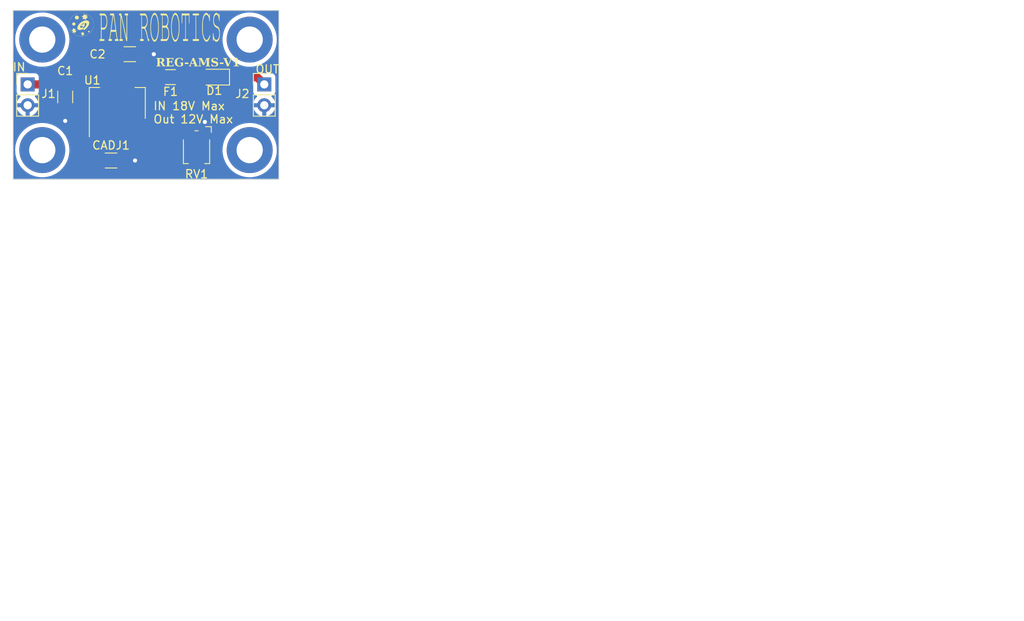
<source format=kicad_pcb>
(kicad_pcb (version 20221018) (generator pcbnew)
  (title_block (title "AMS1117-ADJ-LDO") (date "2023-08-20") (rev "V1") (company "Pan Robotics Ltd"))
  (layers (0 "F.Cu" signal) (31 "B.Cu" signal) (34 "B.Paste" user) (35 "F.Paste" user) (36 "B.SilkS" user "B.Silkscreen") (37 "F.SilkS" user "F.Silkscreen") (38 "B.Mask" user) (39 "F.Mask" user) (44 "Edge.Cuts" user))
  (net 0 "")
  (net 1 "Net-(J1-Pin_1)")
  (net 2 "GND")
  (net 3 "Net-(U1-VO)")
  (net 4 "Net-(U1-ADJ)")
  (net 5 "Net-(D1-K)")
  (net 6 "Net-(D1-A)")
  (footprint "Capacitor_SMD:C_1206_3216Metric_Pad1.33x1.80mm_HandSolder" (layer "F.Cu") (at 89.154 49.784)
    (fp_text reference "C2" (at -3.937 0) (layer "F.SilkS"))
    (fp_text value "22uF")
    (pad "1" smd roundrect (at -1.5625 0) (size 1.325 1.8) (layers "F.Cu" "F.Paste" "F.Mask") (roundrect_rratio 0.1886792453) (net 3 "Net-(U1-VO)"))
    (pad "2" smd roundrect (at 1.5625 0) (size 1.325 1.8) (layers "F.Cu" "F.Paste" "F.Mask") (roundrect_rratio 0.1886792453) (net 2 "GND"))
  )
  (footprint "AMS1117-Adjustable-Breakout:Pan-Robotics-Logo3" (layer "F.Cu") (at 90.932 46.482)
    (fp_text reference "G***" hide)
    (fp_text value "LOGO" hide)
  )
  (footprint "Potentiometer_SMD:Potentiometer_Bourns_TC33X_Vertical" (layer "F.Cu") (at 97.282 61.214 -90)
    (fp_text reference "RV1" (at 3.175 0) (layer "F.SilkS"))
    (fp_text value "500R")
    (pad "1" smd rect (at -1.8 -1 270) (size 1.2 1.2) (layers "F.Cu" "F.Paste" "F.Mask") (net 2 "GND"))
    (pad "2" smd rect (at 1.45 0 270) (size 1.5 1.6) (layers "F.Cu" "F.Paste" "F.Mask") (net 4 "Net-(U1-ADJ)"))
    (pad "3" smd rect (at -1.8 1 270) (size 1.2 1.2) (layers "F.Cu" "F.Paste" "F.Mask") (net 3 "Net-(U1-VO)"))
  )
  (footprint "MountingHole:MountingHole_3.2mm_M3_DIN965_Pad" (layer "F.Cu") (at 78.486 61.468)
    (fp_text reference "H2" hide)
    (fp_text value "MountingHole")
    (pad "1" thru_hole circle (at 0 0) (size 5.6 5.6) (drill 3.2) (layers "*.Cu" "*.Mask"))
  )
  (footprint "Capacitor_SMD:C_1206_3216Metric_Pad1.33x1.80mm_HandSolder" (layer "F.Cu") (at 81.28 54.991 -90)
    (fp_text reference "C1" (at -3.175 0 -180) (layer "F.SilkS"))
    (fp_text value "10uF")
    (pad "1" smd roundrect (at -1.5625 0 270) (size 1.325 1.8) (layers "F.Cu" "F.Paste" "F.Mask") (roundrect_rratio 0.1886792453) (net 1 "Net-(J1-Pin_1)"))
    (pad "2" smd roundrect (at 1.5625 0 270) (size 1.325 1.8) (layers "F.Cu" "F.Paste" "F.Mask") (roundrect_rratio 0.1886792453) (net 2 "GND"))
  )
  (footprint "MountingHole:MountingHole_3.2mm_M3_DIN965_Pad" (layer "F.Cu") (at 103.759 61.468)
    (fp_text reference "H4" hide)
    (fp_text value "MountingHole")
    (pad "1" thru_hole circle (at 0 0) (size 5.6 5.6) (drill 3.2) (layers "*.Cu" "*.Mask"))
  )
  (footprint "Fuse:Fuse_1206_3216Metric_Pad1.42x1.75mm_HandSolder" (layer "F.Cu") (at 94.107 52.578)
    (fp_text reference "F1" (at 0 1.778) (layer "F.SilkS"))
    (fp_text value "1.25A")
    (pad "1" smd roundrect (at -1.4875 0) (size 1.425 1.75) (layers "F.Cu" "F.Paste" "F.Mask") (roundrect_rratio 0.1754392982) (net 3 "Net-(U1-VO)"))
    (pad "2" smd roundrect (at 1.4875 0) (size 1.425 1.75) (layers "F.Cu" "F.Paste" "F.Mask") (roundrect_rratio 0.1754392982) (net 6 "Net-(D1-A)"))
  )
  (footprint "Package_TO_SOT_SMD:SOT-223-3_TabPin2" (layer "F.Cu") (at 87.63 55.753 90)
    (fp_text reference "U1" (at 2.794 -3.048 180) (layer "F.SilkS"))
    (fp_text value "AMS1117")
    (pad "1" smd rect (at -3.15 -2.3 90) (size 2 1.5) (layers "F.Cu" "F.Paste" "F.Mask") (net 4 "Net-(U1-ADJ)"))
    (pad "2" smd rect (at -3.15 0 90) (size 2 1.5) (layers "F.Cu" "F.Paste" "F.Mask") (net 3 "Net-(U1-VO)"))
    (pad "2" smd rect (at 3.15 0 90) (size 2 3.8) (layers "F.Cu" "F.Paste" "F.Mask") (net 3 "Net-(U1-VO)"))
    (pad "3" smd rect (at -3.15 2.3 90) (size 2 1.5) (layers "F.Cu" "F.Paste" "F.Mask") (net 1 "Net-(J1-Pin_1)"))
  )
  (footprint "MountingHole:MountingHole_3.2mm_M3_DIN965_Pad" (layer "F.Cu") (at 78.486 48.006)
    (fp_text reference "H1" hide)
    (fp_text value "MountingHole")
    (pad "1" thru_hole circle (at 0 0) (size 5.6 5.6) (drill 3.2) (layers "*.Cu" "*.Mask"))
  )
  (footprint "Connector_PinHeader_2.54mm:PinHeader_1x02_P2.54mm_Vertical" (layer "F.Cu") (at 105.537 53.462)
    (fp_text reference "J2" (at -2.667 1.148) (layer "F.SilkS"))
    (fp_text value "Output")
    (pad "1" thru_hole rect (at 0 0) (size 1.7 1.7) (drill 1) (layers "*.Cu" "*.Mask") (net 5 "Net-(D1-K)"))
    (pad "2" thru_hole oval (at 0 2.54) (size 1.7 1.7) (drill 1) (layers "*.Cu" "*.Mask") (net 2 "GND"))
  )
  (footprint "LED_SMD:LED_0805_2012Metric_Pad1.15x1.40mm_HandSolder" (layer "F.Cu") (at 99.441 52.578 180)
    (fp_text reference "D1" (at 0 -1.65) (layer "F.SilkS"))
    (fp_text value "Red")
    (pad "1" smd roundrect (at -1.025 0 180) (size 1.15 1.4) (layers "F.Cu" "F.Paste" "F.Mask") (roundrect_rratio 0.2173913043) (net 5 "Net-(D1-K)"))
    (pad "2" smd roundrect (at 1.025 0 180) (size 1.15 1.4) (layers "F.Cu" "F.Paste" "F.Mask") (roundrect_rratio 0.2173913043) (net 6 "Net-(D1-A)"))
  )
  (footprint "Capacitor_SMD:C_1206_3216Metric_Pad1.33x1.80mm_HandSolder" (layer "F.Cu") (at 86.868 62.738)
    (fp_text reference "CADJ1" (at 0 -1.85) (layer "F.SilkS"))
    (fp_text value "10uF")
    (pad "1" smd roundrect (at -1.5625 0) (size 1.325 1.8) (layers "F.Cu" "F.Paste" "F.Mask") (roundrect_rratio 0.1886792453) (net 4 "Net-(U1-ADJ)"))
    (pad "2" smd roundrect (at 1.5625 0) (size 1.325 1.8) (layers "F.Cu" "F.Paste" "F.Mask") (roundrect_rratio 0.1886792453) (net 2 "GND"))
  )
  (footprint "Connector_PinHeader_2.54mm:PinHeader_1x02_P2.54mm_Vertical" (layer "F.Cu") (at 76.708 53.462)
    (fp_text reference "J1" (at 2.54 1.143) (layer "F.SilkS"))
    (fp_text value "Input")
    (pad "1" thru_hole rect (at 0 0) (size 1.7 1.7) (drill 1) (layers "*.Cu" "*.Mask") (net 1 "Net-(J1-Pin_1)"))
    (pad "2" thru_hole oval (at 0 2.54) (size 1.7 1.7) (drill 1) (layers "*.Cu" "*.Mask") (net 2 "GND"))
  )
  (footprint "MountingHole:MountingHole_3.2mm_M3_DIN965_Pad" (layer "F.Cu") (at 103.759 48.006)
    (fp_text reference "H3" hide)
    (fp_text value "MountingHole")
    (pad "1" thru_hole circle (at 0 0) (size 5.6 5.6) (drill 3.2) (layers "*.Cu" "*.Mask"))
  )
  (gr_line (start 107.315 44.45) (end 107.315 65.024) (stroke (width 0.1)) (layer "Edge.Cuts"))
  (gr_line (start 74.93 65.024) (end 74.93 44.45) (stroke (width 0.1)) (layer "Edge.Cuts"))
  (gr_line (start 107.315 65.024) (end 74.93 65.024) (stroke (width 0.1)) (layer "Edge.Cuts"))
  (gr_line (start 74.93 44.45) (end 107.315 44.45) (stroke (width 0.1)) (layer "Edge.Cuts"))
  (gr_text "OUT" (at 104.394 52.197) (layer "F.SilkS") (effects (font (size 1 1)) (justify left bottom)))
  (gr_text "REG-AMS-V1" (at 92.329 51.435) (layer "F.SilkS") (effects (font (size 1 1) (thickness 0.2) bold) (justify left bottom)))
  (gr_text "IN 18V Max\nOut 12V Max" (at 91.948 58.293) (layer "F.SilkS") (effects (font (size 1 1)) (justify left bottom)))
  (gr_text "IN" (at 74.803 51.943) (layer "F.SilkS") (effects (font (size 1 1)) (justify left bottom)))
  (segment (start 83.7315 55.88) (end 88.773 55.88) (width 1) (layer "F.Cu") (net 1))
  (segment (start 76.708 53.462) (end 81.2465 53.462) (width 1) (layer "F.Cu") (net 1))
  (segment (start 81.28 53.4285) (end 83.7315 55.88) (width 1) (layer "F.Cu") (net 1))
  (segment (start 89.93 57.037) (end 89.93 58.903) (width 1) (layer "F.Cu") (net 1))
  (segment (start 81.2465 53.462) (end 81.28 53.4285) (width 1) (layer "F.Cu") (net 1))
  (segment (start 88.773 55.88) (end 89.93 57.037) (width 1) (layer "F.Cu") (net 1))
  (segment (start 98.282 59.414) (end 98.282 58.055) (width 1) (layer "F.Cu") (net 2))
  (segment (start 88.4305 62.738) (end 89.789 62.738) (width 1) (layer "F.Cu") (net 2))
  (segment (start 90.7165 49.784) (end 92.075 49.784) (width 1) (layer "F.Cu") (net 2))
  (segment (start 98.282 58.055) (end 98.298 58.039) (width 1) (layer "F.Cu") (net 2))
  (segment (start 81.28 56.5535) (end 81.28 57.912) (width 1) (layer "F.Cu") (net 2))
  (via (at 89.789 62.738) (size 0.8) (drill 0.5) (layers "F.Cu" "B.Cu") (net 2))
  (via (at 92.075 49.784) (size 0.8) (drill 0.5) (layers "F.Cu" "B.Cu") (net 2))
  (via (at 98.298 58.039) (size 0.8) (drill 0.5) (layers "F.Cu" "B.Cu") (net 2))
  (via (at 81.28 57.912) (size 0.8) (drill 0.5) (layers "F.Cu" "B.Cu") (net 2))
  (segment (start 87.5915 52.5645) (end 87.63 52.603) (width 1) (layer "F.Cu") (net 3))
  (segment (start 92.6195 52.578) (end 87.655 52.578) (width 1) (layer "F.Cu") (net 3))
  (segment (start 95.863 59.414) (end 92.6195 56.1705) (width 1) (layer "F.Cu") (net 3))
  (segment (start 94.736 60.96) (end 96.282 59.414) (width 1) (layer "F.Cu") (net 3))
  (segment (start 87.5915 49.784) (end 87.5915 52.5645) (width 1) (layer "F.Cu") (net 3))
  (segment (start 96.282 59.414) (end 95.863 59.414) (width 1) (layer "F.Cu") (net 3))
  (segment (start 87.655 52.578) (end 87.63 52.603) (width 1) (layer "F.Cu") (net 3))
  (segment (start 87.63 59.753) (end 88.837 60.96) (width 1) (layer "F.Cu") (net 3))
  (segment (start 92.6195 56.1705) (end 92.6195 52.578) (width 1) (layer "F.Cu") (net 3))
  (segment (start 87.63 58.903) (end 87.63 59.753) (width 1) (layer "F.Cu") (net 3))
  (segment (start 88.837 60.96) (end 94.736 60.96) (width 1) (layer "F.Cu") (net 3))
  (segment (start 95.557 64.389) (end 85.598 64.389) (width 1) (layer "F.Cu") (net 4))
  (segment (start 85.3055 64.0965) (end 85.3055 62.738) (width 1) (layer "F.Cu") (net 4))
  (segment (start 85.3055 58.9275) (end 85.33 58.903) (width 1) (layer "F.Cu") (net 4))
  (segment (start 85.598 64.389) (end 85.3055 64.0965) (width 1) (layer "F.Cu") (net 4))
  (segment (start 85.3055 62.738) (end 85.3055 58.9275) (width 1) (layer "F.Cu") (net 4))
  (segment (start 97.282 62.664) (end 95.557 64.389) (width 1) (layer "F.Cu") (net 4))
  (segment (start 104.653 52.578) (end 105.537 53.462) (width 1) (layer "F.Cu") (net 5))
  (segment (start 100.466 52.578) (end 104.653 52.578) (width 1) (layer "F.Cu") (net 5))
  (segment (start 95.5945 52.578) (end 98.416 52.578) (width 1) (layer "F.Cu") (net 6))
  (zone (net 2) (net_name "GND") (layer "B.Cu") (connect_pads (clearance 0.5)) (min_thickness 0.25) (fill yes (thermal_gap 0.5) (thermal_bridge_width 0.5))
    (polygon (pts (xy 73.66 43.18) (xy 108.077 43.18) (xy 108.077 66.04) (xy 73.66 66.04)))
  )
)
</source>
